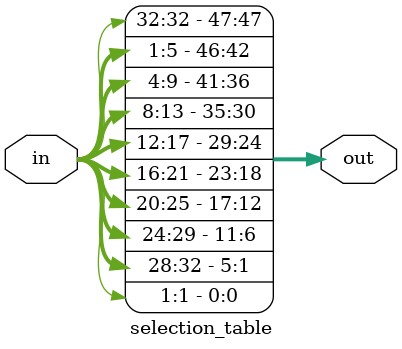
<source format=v>
/*
MIT License

Copyright (c) 2020 Debtanu Mukherjee

Permission is hereby granted, free of charge, to any person obtaining a copy
of this software and associated documentation files (the "Software"), to deal
in the Software without restriction, including without limitation the rights
to use, copy, modify, merge, publish, distribute, sublicense, and/or sell
copies of the Software, and to permit persons to whom the Software is
furnished to do so, subject to the following conditions:

The above copyright notice and this permission notice shall be included in all
copies or substantial portions of the Software.

THE SOFTWARE IS PROVIDED "AS IS", WITHOUT WARRANTY OF ANY KIND, EXPRESS OR
IMPLIED, INCLUDING BUT NOT LIMITED TO THE WARRANTIES OF MERCHANTABILITY,
FITNESS FOR A PARTICULAR PURPOSE AND NONINFRINGEMENT. IN NO EVENT SHALL THE
AUTHORS OR COPYRIGHT HOLDERS BE LIABLE FOR ANY CLAIM, DAMAGES OR OTHER
LIABILITY, WHETHER IN AN ACTION OF CONTRACT, TORT OR OTHERWISE, ARISING FROM,
OUT OF OR IN CONNECTION WITH THE SOFTWARE OR THE USE OR OTHER DEALINGS IN THE
SOFTWARE.
*/

module selection_table(in, out);

input [1:32] in;
output [1:48] out;

//SELECTION TABLE
/*
                         32     1    2     3     4    5
                          4     5    6     7     8    9
                          8     9   10    11    12   13
                         12    13   14    15    16   17
                         16    17   18    19    20   21
                         20    21   22    23    24   25
                         24    25   26    27    28   29
                         28    29   30    31    32    1

*/

assign out = {in[32], in[1],  in[2],  in[3],  in[4],  in[5],
	      in[4],  in[5],  in[6],  in[7],  in[8],  in[9],
	      in[8],  in[9],  in[10], in[11], in[12], in[13],
	      in[12], in[13], in[14], in[15], in[16], in[17],
	      in[16], in[17], in[18], in[19], in[20], in[21],
	      in[20], in[21], in[22], in[23], in[24], in[25],
	      in[24], in[25], in[26], in[27], in[28], in[29],
	      in[28], in[29], in[30], in[31], in[32], in[1]};

endmodule

</source>
